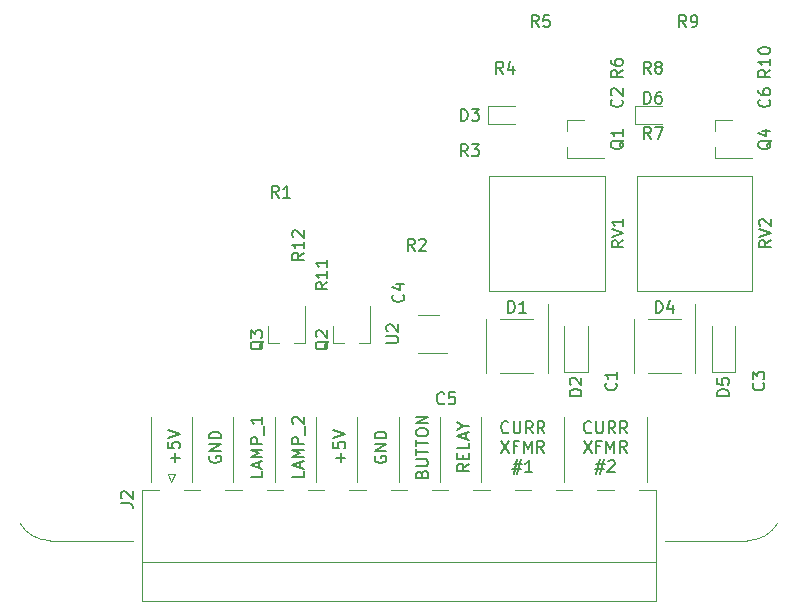
<source format=gbr>
G04 #@! TF.GenerationSoftware,KiCad,Pcbnew,(5.1.0-rc2-10-g13249b723)*
G04 #@! TF.CreationDate,2019-03-10T20:32:50+01:00*
G04 #@! TF.ProjectId,authbox-relay-driver,61757468-626f-4782-9d72-656c61792d64,rev?*
G04 #@! TF.SameCoordinates,Original*
G04 #@! TF.FileFunction,Legend,Top*
G04 #@! TF.FilePolarity,Positive*
%FSLAX46Y46*%
G04 Gerber Fmt 4.6, Leading zero omitted, Abs format (unit mm)*
G04 Created by KiCad (PCBNEW (5.1.0-rc2-10-g13249b723)) date 2019-03-10 20:32:50*
%MOMM*%
%LPD*%
G04 APERTURE LIST*
%ADD10C,0.120000*%
%ADD11C,0.150000*%
%ADD12R,1.102000X1.802000*%
%ADD13C,2.602000*%
%ADD14R,1.802000X1.802000*%
%ADD15O,1.802000X1.802000*%
%ADD16R,1.097000X1.102000*%
%ADD17O,1.902000X3.702000*%
%ADD18R,1.902000X3.702000*%
%ADD19R,1.162000X0.752000*%
%ADD20R,2.002000X0.902000*%
%ADD21R,0.902000X2.002000*%
%ADD22R,0.922000X1.102000*%
%ADD23R,1.302000X1.002000*%
%ADD24R,1.102000X1.097000*%
G04 APERTURE END LIST*
D10*
X175550000Y-142670000D02*
X168550000Y-142670000D01*
X116550000Y-142670000D02*
X123550000Y-142670000D01*
X178148076Y-141170000D02*
G75*
G02X175550000Y-142670000I-2598076J1500000D01*
G01*
X116550000Y-142670000D02*
G75*
G02X113951924Y-141170000I0J3000000D01*
G01*
X125050000Y-132170000D02*
X125050000Y-137670000D01*
X167050000Y-132170000D02*
X167050000Y-137670000D01*
X149550000Y-132170000D02*
X149550000Y-137670000D01*
D11*
X152002380Y-136174761D02*
X151526190Y-136508095D01*
X152002380Y-136746190D02*
X151002380Y-136746190D01*
X151002380Y-136365238D01*
X151050000Y-136270000D01*
X151097619Y-136222380D01*
X151192857Y-136174761D01*
X151335714Y-136174761D01*
X151430952Y-136222380D01*
X151478571Y-136270000D01*
X151526190Y-136365238D01*
X151526190Y-136746190D01*
X151478571Y-135746190D02*
X151478571Y-135412857D01*
X152002380Y-135270000D02*
X152002380Y-135746190D01*
X151002380Y-135746190D01*
X151002380Y-135270000D01*
X152002380Y-134365238D02*
X152002380Y-134841428D01*
X151002380Y-134841428D01*
X151716666Y-134079523D02*
X151716666Y-133603333D01*
X152002380Y-134174761D02*
X151002380Y-133841428D01*
X152002380Y-133508095D01*
X151526190Y-132984285D02*
X152002380Y-132984285D01*
X151002380Y-133317619D02*
X151526190Y-132984285D01*
X151002380Y-132650952D01*
X147978571Y-137031904D02*
X148026190Y-136889047D01*
X148073809Y-136841428D01*
X148169047Y-136793809D01*
X148311904Y-136793809D01*
X148407142Y-136841428D01*
X148454761Y-136889047D01*
X148502380Y-136984285D01*
X148502380Y-137365238D01*
X147502380Y-137365238D01*
X147502380Y-137031904D01*
X147550000Y-136936666D01*
X147597619Y-136889047D01*
X147692857Y-136841428D01*
X147788095Y-136841428D01*
X147883333Y-136889047D01*
X147930952Y-136936666D01*
X147978571Y-137031904D01*
X147978571Y-137365238D01*
X147502380Y-136365238D02*
X148311904Y-136365238D01*
X148407142Y-136317619D01*
X148454761Y-136270000D01*
X148502380Y-136174761D01*
X148502380Y-135984285D01*
X148454761Y-135889047D01*
X148407142Y-135841428D01*
X148311904Y-135793809D01*
X147502380Y-135793809D01*
X147502380Y-135460476D02*
X147502380Y-134889047D01*
X148502380Y-135174761D02*
X147502380Y-135174761D01*
X147502380Y-134698571D02*
X147502380Y-134127142D01*
X148502380Y-134412857D02*
X147502380Y-134412857D01*
X147502380Y-133603333D02*
X147502380Y-133412857D01*
X147550000Y-133317619D01*
X147645238Y-133222380D01*
X147835714Y-133174761D01*
X148169047Y-133174761D01*
X148359523Y-133222380D01*
X148454761Y-133317619D01*
X148502380Y-133412857D01*
X148502380Y-133603333D01*
X148454761Y-133698571D01*
X148359523Y-133793809D01*
X148169047Y-133841428D01*
X147835714Y-133841428D01*
X147645238Y-133793809D01*
X147550000Y-133698571D01*
X147502380Y-133603333D01*
X148502380Y-132746190D02*
X147502380Y-132746190D01*
X148502380Y-132174761D01*
X147502380Y-132174761D01*
D10*
X153050000Y-132170000D02*
X153050000Y-137670000D01*
X160050000Y-132170000D02*
X160050000Y-137670000D01*
X146050000Y-132170000D02*
X146050000Y-137670000D01*
X142550000Y-132170000D02*
X142550000Y-137670000D01*
X135550000Y-132170000D02*
X135550000Y-137670000D01*
X139050000Y-132170000D02*
X139050000Y-137670000D01*
X132050000Y-132170000D02*
X132050000Y-137670000D01*
X128550000Y-132170000D02*
X128550000Y-137670000D01*
D11*
X138002380Y-136817619D02*
X138002380Y-137293809D01*
X137002380Y-137293809D01*
X137716666Y-136531904D02*
X137716666Y-136055714D01*
X138002380Y-136627142D02*
X137002380Y-136293809D01*
X138002380Y-135960476D01*
X138002380Y-135627142D02*
X137002380Y-135627142D01*
X137716666Y-135293809D01*
X137002380Y-134960476D01*
X138002380Y-134960476D01*
X138002380Y-134484285D02*
X137002380Y-134484285D01*
X137002380Y-134103333D01*
X137050000Y-134008095D01*
X137097619Y-133960476D01*
X137192857Y-133912857D01*
X137335714Y-133912857D01*
X137430952Y-133960476D01*
X137478571Y-134008095D01*
X137526190Y-134103333D01*
X137526190Y-134484285D01*
X138097619Y-133722380D02*
X138097619Y-132960476D01*
X137097619Y-132770000D02*
X137050000Y-132722380D01*
X137002380Y-132627142D01*
X137002380Y-132389047D01*
X137050000Y-132293809D01*
X137097619Y-132246190D01*
X137192857Y-132198571D01*
X137288095Y-132198571D01*
X137430952Y-132246190D01*
X138002380Y-132817619D01*
X138002380Y-132198571D01*
X134502380Y-136817619D02*
X134502380Y-137293809D01*
X133502380Y-137293809D01*
X134216666Y-136531904D02*
X134216666Y-136055714D01*
X134502380Y-136627142D02*
X133502380Y-136293809D01*
X134502380Y-135960476D01*
X134502380Y-135627142D02*
X133502380Y-135627142D01*
X134216666Y-135293809D01*
X133502380Y-134960476D01*
X134502380Y-134960476D01*
X134502380Y-134484285D02*
X133502380Y-134484285D01*
X133502380Y-134103333D01*
X133550000Y-134008095D01*
X133597619Y-133960476D01*
X133692857Y-133912857D01*
X133835714Y-133912857D01*
X133930952Y-133960476D01*
X133978571Y-134008095D01*
X134026190Y-134103333D01*
X134026190Y-134484285D01*
X134597619Y-133722380D02*
X134597619Y-132960476D01*
X134502380Y-132198571D02*
X134502380Y-132770000D01*
X134502380Y-132484285D02*
X133502380Y-132484285D01*
X133645238Y-132579523D01*
X133740476Y-132674761D01*
X133788095Y-132770000D01*
X144050000Y-135531904D02*
X144002380Y-135627142D01*
X144002380Y-135770000D01*
X144050000Y-135912857D01*
X144145238Y-136008095D01*
X144240476Y-136055714D01*
X144430952Y-136103333D01*
X144573809Y-136103333D01*
X144764285Y-136055714D01*
X144859523Y-136008095D01*
X144954761Y-135912857D01*
X145002380Y-135770000D01*
X145002380Y-135674761D01*
X144954761Y-135531904D01*
X144907142Y-135484285D01*
X144573809Y-135484285D01*
X144573809Y-135674761D01*
X145002380Y-135055714D02*
X144002380Y-135055714D01*
X145002380Y-134484285D01*
X144002380Y-134484285D01*
X145002380Y-134008095D02*
X144002380Y-134008095D01*
X144002380Y-133770000D01*
X144050000Y-133627142D01*
X144145238Y-133531904D01*
X144240476Y-133484285D01*
X144430952Y-133436666D01*
X144573809Y-133436666D01*
X144764285Y-133484285D01*
X144859523Y-133531904D01*
X144954761Y-133627142D01*
X145002380Y-133770000D01*
X145002380Y-134008095D01*
X130050000Y-135531904D02*
X130002380Y-135627142D01*
X130002380Y-135770000D01*
X130050000Y-135912857D01*
X130145238Y-136008095D01*
X130240476Y-136055714D01*
X130430952Y-136103333D01*
X130573809Y-136103333D01*
X130764285Y-136055714D01*
X130859523Y-136008095D01*
X130954761Y-135912857D01*
X131002380Y-135770000D01*
X131002380Y-135674761D01*
X130954761Y-135531904D01*
X130907142Y-135484285D01*
X130573809Y-135484285D01*
X130573809Y-135674761D01*
X131002380Y-135055714D02*
X130002380Y-135055714D01*
X131002380Y-134484285D01*
X130002380Y-134484285D01*
X131002380Y-134008095D02*
X130002380Y-134008095D01*
X130002380Y-133770000D01*
X130050000Y-133627142D01*
X130145238Y-133531904D01*
X130240476Y-133484285D01*
X130430952Y-133436666D01*
X130573809Y-133436666D01*
X130764285Y-133484285D01*
X130859523Y-133531904D01*
X130954761Y-133627142D01*
X131002380Y-133770000D01*
X131002380Y-134008095D01*
X141121428Y-136055714D02*
X141121428Y-135293809D01*
X141502380Y-135674761D02*
X140740476Y-135674761D01*
X140502380Y-134341428D02*
X140502380Y-134817619D01*
X140978571Y-134865238D01*
X140930952Y-134817619D01*
X140883333Y-134722380D01*
X140883333Y-134484285D01*
X140930952Y-134389047D01*
X140978571Y-134341428D01*
X141073809Y-134293809D01*
X141311904Y-134293809D01*
X141407142Y-134341428D01*
X141454761Y-134389047D01*
X141502380Y-134484285D01*
X141502380Y-134722380D01*
X141454761Y-134817619D01*
X141407142Y-134865238D01*
X140502380Y-134008095D02*
X141502380Y-133674761D01*
X140502380Y-133341428D01*
X127121428Y-136055714D02*
X127121428Y-135293809D01*
X127502380Y-135674761D02*
X126740476Y-135674761D01*
X126502380Y-134341428D02*
X126502380Y-134817619D01*
X126978571Y-134865238D01*
X126930952Y-134817619D01*
X126883333Y-134722380D01*
X126883333Y-134484285D01*
X126930952Y-134389047D01*
X126978571Y-134341428D01*
X127073809Y-134293809D01*
X127311904Y-134293809D01*
X127407142Y-134341428D01*
X127454761Y-134389047D01*
X127502380Y-134484285D01*
X127502380Y-134722380D01*
X127454761Y-134817619D01*
X127407142Y-134865238D01*
X126502380Y-134008095D02*
X127502380Y-133674761D01*
X126502380Y-133341428D01*
X155335714Y-133477142D02*
X155288095Y-133524761D01*
X155145238Y-133572380D01*
X155050000Y-133572380D01*
X154907142Y-133524761D01*
X154811904Y-133429523D01*
X154764285Y-133334285D01*
X154716666Y-133143809D01*
X154716666Y-133000952D01*
X154764285Y-132810476D01*
X154811904Y-132715238D01*
X154907142Y-132620000D01*
X155050000Y-132572380D01*
X155145238Y-132572380D01*
X155288095Y-132620000D01*
X155335714Y-132667619D01*
X155764285Y-132572380D02*
X155764285Y-133381904D01*
X155811904Y-133477142D01*
X155859523Y-133524761D01*
X155954761Y-133572380D01*
X156145238Y-133572380D01*
X156240476Y-133524761D01*
X156288095Y-133477142D01*
X156335714Y-133381904D01*
X156335714Y-132572380D01*
X157383333Y-133572380D02*
X157050000Y-133096190D01*
X156811904Y-133572380D02*
X156811904Y-132572380D01*
X157192857Y-132572380D01*
X157288095Y-132620000D01*
X157335714Y-132667619D01*
X157383333Y-132762857D01*
X157383333Y-132905714D01*
X157335714Y-133000952D01*
X157288095Y-133048571D01*
X157192857Y-133096190D01*
X156811904Y-133096190D01*
X158383333Y-133572380D02*
X158050000Y-133096190D01*
X157811904Y-133572380D02*
X157811904Y-132572380D01*
X158192857Y-132572380D01*
X158288095Y-132620000D01*
X158335714Y-132667619D01*
X158383333Y-132762857D01*
X158383333Y-132905714D01*
X158335714Y-133000952D01*
X158288095Y-133048571D01*
X158192857Y-133096190D01*
X157811904Y-133096190D01*
X154716666Y-134222380D02*
X155383333Y-135222380D01*
X155383333Y-134222380D02*
X154716666Y-135222380D01*
X156097619Y-134698571D02*
X155764285Y-134698571D01*
X155764285Y-135222380D02*
X155764285Y-134222380D01*
X156240476Y-134222380D01*
X156621428Y-135222380D02*
X156621428Y-134222380D01*
X156954761Y-134936666D01*
X157288095Y-134222380D01*
X157288095Y-135222380D01*
X158335714Y-135222380D02*
X158002380Y-134746190D01*
X157764285Y-135222380D02*
X157764285Y-134222380D01*
X158145238Y-134222380D01*
X158240476Y-134270000D01*
X158288095Y-134317619D01*
X158335714Y-134412857D01*
X158335714Y-134555714D01*
X158288095Y-134650952D01*
X158240476Y-134698571D01*
X158145238Y-134746190D01*
X157764285Y-134746190D01*
X155764285Y-136205714D02*
X156478571Y-136205714D01*
X156050000Y-135777142D02*
X155764285Y-137062857D01*
X156383333Y-136634285D02*
X155669047Y-136634285D01*
X156097619Y-137062857D02*
X156383333Y-135777142D01*
X157335714Y-136872380D02*
X156764285Y-136872380D01*
X157050000Y-136872380D02*
X157050000Y-135872380D01*
X156954761Y-136015238D01*
X156859523Y-136110476D01*
X156764285Y-136158095D01*
X162335714Y-133477142D02*
X162288095Y-133524761D01*
X162145238Y-133572380D01*
X162050000Y-133572380D01*
X161907142Y-133524761D01*
X161811904Y-133429523D01*
X161764285Y-133334285D01*
X161716666Y-133143809D01*
X161716666Y-133000952D01*
X161764285Y-132810476D01*
X161811904Y-132715238D01*
X161907142Y-132620000D01*
X162050000Y-132572380D01*
X162145238Y-132572380D01*
X162288095Y-132620000D01*
X162335714Y-132667619D01*
X162764285Y-132572380D02*
X162764285Y-133381904D01*
X162811904Y-133477142D01*
X162859523Y-133524761D01*
X162954761Y-133572380D01*
X163145238Y-133572380D01*
X163240476Y-133524761D01*
X163288095Y-133477142D01*
X163335714Y-133381904D01*
X163335714Y-132572380D01*
X164383333Y-133572380D02*
X164050000Y-133096190D01*
X163811904Y-133572380D02*
X163811904Y-132572380D01*
X164192857Y-132572380D01*
X164288095Y-132620000D01*
X164335714Y-132667619D01*
X164383333Y-132762857D01*
X164383333Y-132905714D01*
X164335714Y-133000952D01*
X164288095Y-133048571D01*
X164192857Y-133096190D01*
X163811904Y-133096190D01*
X165383333Y-133572380D02*
X165050000Y-133096190D01*
X164811904Y-133572380D02*
X164811904Y-132572380D01*
X165192857Y-132572380D01*
X165288095Y-132620000D01*
X165335714Y-132667619D01*
X165383333Y-132762857D01*
X165383333Y-132905714D01*
X165335714Y-133000952D01*
X165288095Y-133048571D01*
X165192857Y-133096190D01*
X164811904Y-133096190D01*
X161716666Y-134222380D02*
X162383333Y-135222380D01*
X162383333Y-134222380D02*
X161716666Y-135222380D01*
X163097619Y-134698571D02*
X162764285Y-134698571D01*
X162764285Y-135222380D02*
X162764285Y-134222380D01*
X163240476Y-134222380D01*
X163621428Y-135222380D02*
X163621428Y-134222380D01*
X163954761Y-134936666D01*
X164288095Y-134222380D01*
X164288095Y-135222380D01*
X165335714Y-135222380D02*
X165002380Y-134746190D01*
X164764285Y-135222380D02*
X164764285Y-134222380D01*
X165145238Y-134222380D01*
X165240476Y-134270000D01*
X165288095Y-134317619D01*
X165335714Y-134412857D01*
X165335714Y-134555714D01*
X165288095Y-134650952D01*
X165240476Y-134698571D01*
X165145238Y-134746190D01*
X164764285Y-134746190D01*
X162764285Y-136205714D02*
X163478571Y-136205714D01*
X163050000Y-135777142D02*
X162764285Y-137062857D01*
X163383333Y-136634285D02*
X162669047Y-136634285D01*
X163097619Y-137062857D02*
X163383333Y-135777142D01*
X163764285Y-135967619D02*
X163811904Y-135920000D01*
X163907142Y-135872380D01*
X164145238Y-135872380D01*
X164240476Y-135920000D01*
X164288095Y-135967619D01*
X164335714Y-136062857D01*
X164335714Y-136158095D01*
X164288095Y-136300952D01*
X163716666Y-136872380D01*
X164335714Y-136872380D01*
D10*
X169950000Y-128470000D02*
X167150000Y-128470000D01*
X167150000Y-123870000D02*
X169950000Y-123870000D01*
X171150000Y-128470000D02*
X171150000Y-122670000D01*
X165950000Y-128470000D02*
X165950000Y-123870000D01*
X154650000Y-123870000D02*
X157450000Y-123870000D01*
X157450000Y-128470000D02*
X154650000Y-128470000D01*
X153450000Y-128470000D02*
X153450000Y-123870000D01*
X158650000Y-128470000D02*
X158650000Y-122670000D01*
X175975000Y-121540000D02*
X166205000Y-121540000D01*
X175975000Y-111770000D02*
X166205000Y-111770000D01*
X166205000Y-111770000D02*
X166205000Y-121540000D01*
X175975000Y-111770000D02*
X175975000Y-121540000D01*
X163475000Y-121540000D02*
X153705000Y-121540000D01*
X163475000Y-111770000D02*
X153705000Y-111770000D01*
X153705000Y-111770000D02*
X153705000Y-121540000D01*
X163475000Y-111770000D02*
X163475000Y-121540000D01*
X126500000Y-137070000D02*
X127100000Y-137070000D01*
X126800000Y-137670000D02*
X126500000Y-137070000D01*
X127100000Y-137070000D02*
X126800000Y-137670000D01*
X124270000Y-144470000D02*
X167830000Y-144470000D01*
X162850000Y-138390000D02*
X164250000Y-138390000D01*
X159350000Y-138390000D02*
X160750000Y-138390000D01*
X155850000Y-138390000D02*
X157250000Y-138390000D01*
X152350000Y-138390000D02*
X153750000Y-138390000D01*
X148850000Y-138390000D02*
X150250000Y-138390000D01*
X145350000Y-138390000D02*
X146750000Y-138390000D01*
X141850000Y-138390000D02*
X143250000Y-138390000D01*
X138350000Y-138390000D02*
X139750000Y-138390000D01*
X134850000Y-138390000D02*
X136250000Y-138390000D01*
X131350000Y-138390000D02*
X132750000Y-138390000D01*
X127850000Y-138390000D02*
X129250000Y-138390000D01*
X167830000Y-138390000D02*
X166350000Y-138390000D01*
X124270000Y-138390000D02*
X125750000Y-138390000D01*
X167830000Y-147750000D02*
X167830000Y-138390000D01*
X124270000Y-147750000D02*
X167830000Y-147750000D01*
X124270000Y-138390000D02*
X124270000Y-147750000D01*
X147650000Y-126780000D02*
X150100000Y-126780000D01*
X149450000Y-123560000D02*
X147650000Y-123560000D01*
X172790000Y-107090000D02*
X174250000Y-107090000D01*
X172790000Y-110250000D02*
X175950000Y-110250000D01*
X172790000Y-110250000D02*
X172790000Y-109320000D01*
X172790000Y-107090000D02*
X172790000Y-108020000D01*
X134970000Y-125930000D02*
X134970000Y-124470000D01*
X138130000Y-125930000D02*
X138130000Y-122770000D01*
X138130000Y-125930000D02*
X137200000Y-125930000D01*
X134970000Y-125930000D02*
X135900000Y-125930000D01*
X140470000Y-125930000D02*
X140470000Y-124470000D01*
X143630000Y-125930000D02*
X143630000Y-122770000D01*
X143630000Y-125930000D02*
X142700000Y-125930000D01*
X140470000Y-125930000D02*
X141400000Y-125930000D01*
X160290000Y-107090000D02*
X161750000Y-107090000D01*
X160290000Y-110250000D02*
X163450000Y-110250000D01*
X160290000Y-110250000D02*
X160290000Y-109320000D01*
X160290000Y-107090000D02*
X160290000Y-108020000D01*
X166080000Y-107430000D02*
X168350000Y-107430000D01*
X166080000Y-105910000D02*
X166080000Y-107430000D01*
X168350000Y-105910000D02*
X166080000Y-105910000D01*
X172550000Y-128420000D02*
X172550000Y-124520000D01*
X174550000Y-128420000D02*
X174550000Y-124520000D01*
X172550000Y-128420000D02*
X174550000Y-128420000D01*
X153580000Y-107430000D02*
X155850000Y-107430000D01*
X153580000Y-105910000D02*
X153580000Y-107430000D01*
X155850000Y-105910000D02*
X153580000Y-105910000D01*
X160050000Y-128420000D02*
X160050000Y-124520000D01*
X162050000Y-128420000D02*
X162050000Y-124520000D01*
X160050000Y-128420000D02*
X162050000Y-128420000D01*
D11*
X167811904Y-123372380D02*
X167811904Y-122372380D01*
X168050000Y-122372380D01*
X168192857Y-122420000D01*
X168288095Y-122515238D01*
X168335714Y-122610476D01*
X168383333Y-122800952D01*
X168383333Y-122943809D01*
X168335714Y-123134285D01*
X168288095Y-123229523D01*
X168192857Y-123324761D01*
X168050000Y-123372380D01*
X167811904Y-123372380D01*
X169240476Y-122705714D02*
X169240476Y-123372380D01*
X169002380Y-122324761D02*
X168764285Y-123039047D01*
X169383333Y-123039047D01*
X155311904Y-123372380D02*
X155311904Y-122372380D01*
X155550000Y-122372380D01*
X155692857Y-122420000D01*
X155788095Y-122515238D01*
X155835714Y-122610476D01*
X155883333Y-122800952D01*
X155883333Y-122943809D01*
X155835714Y-123134285D01*
X155788095Y-123229523D01*
X155692857Y-123324761D01*
X155550000Y-123372380D01*
X155311904Y-123372380D01*
X156835714Y-123372380D02*
X156264285Y-123372380D01*
X156550000Y-123372380D02*
X156550000Y-122372380D01*
X156454761Y-122515238D01*
X156359523Y-122610476D01*
X156264285Y-122658095D01*
X177557380Y-117250238D02*
X177081190Y-117583571D01*
X177557380Y-117821666D02*
X176557380Y-117821666D01*
X176557380Y-117440714D01*
X176605000Y-117345476D01*
X176652619Y-117297857D01*
X176747857Y-117250238D01*
X176890714Y-117250238D01*
X176985952Y-117297857D01*
X177033571Y-117345476D01*
X177081190Y-117440714D01*
X177081190Y-117821666D01*
X176557380Y-116964523D02*
X177557380Y-116631190D01*
X176557380Y-116297857D01*
X176652619Y-116012142D02*
X176605000Y-115964523D01*
X176557380Y-115869285D01*
X176557380Y-115631190D01*
X176605000Y-115535952D01*
X176652619Y-115488333D01*
X176747857Y-115440714D01*
X176843095Y-115440714D01*
X176985952Y-115488333D01*
X177557380Y-116059761D01*
X177557380Y-115440714D01*
X165057380Y-117250238D02*
X164581190Y-117583571D01*
X165057380Y-117821666D02*
X164057380Y-117821666D01*
X164057380Y-117440714D01*
X164105000Y-117345476D01*
X164152619Y-117297857D01*
X164247857Y-117250238D01*
X164390714Y-117250238D01*
X164485952Y-117297857D01*
X164533571Y-117345476D01*
X164581190Y-117440714D01*
X164581190Y-117821666D01*
X164057380Y-116964523D02*
X165057380Y-116631190D01*
X164057380Y-116297857D01*
X165057380Y-115440714D02*
X165057380Y-116012142D01*
X165057380Y-115726428D02*
X164057380Y-115726428D01*
X164200238Y-115821666D01*
X164295476Y-115916904D01*
X164343095Y-116012142D01*
X170383333Y-99172380D02*
X170050000Y-98696190D01*
X169811904Y-99172380D02*
X169811904Y-98172380D01*
X170192857Y-98172380D01*
X170288095Y-98220000D01*
X170335714Y-98267619D01*
X170383333Y-98362857D01*
X170383333Y-98505714D01*
X170335714Y-98600952D01*
X170288095Y-98648571D01*
X170192857Y-98696190D01*
X169811904Y-98696190D01*
X170859523Y-99172380D02*
X171050000Y-99172380D01*
X171145238Y-99124761D01*
X171192857Y-99077142D01*
X171288095Y-98934285D01*
X171335714Y-98743809D01*
X171335714Y-98362857D01*
X171288095Y-98267619D01*
X171240476Y-98220000D01*
X171145238Y-98172380D01*
X170954761Y-98172380D01*
X170859523Y-98220000D01*
X170811904Y-98267619D01*
X170764285Y-98362857D01*
X170764285Y-98600952D01*
X170811904Y-98696190D01*
X170859523Y-98743809D01*
X170954761Y-98791428D01*
X171145238Y-98791428D01*
X171240476Y-98743809D01*
X171288095Y-98696190D01*
X171335714Y-98600952D01*
X122502380Y-139503333D02*
X123216666Y-139503333D01*
X123359523Y-139550952D01*
X123454761Y-139646190D01*
X123502380Y-139789047D01*
X123502380Y-139884285D01*
X122597619Y-139074761D02*
X122550000Y-139027142D01*
X122502380Y-138931904D01*
X122502380Y-138693809D01*
X122550000Y-138598571D01*
X122597619Y-138550952D01*
X122692857Y-138503333D01*
X122788095Y-138503333D01*
X122930952Y-138550952D01*
X123502380Y-139122380D01*
X123502380Y-138503333D01*
X145002380Y-125931904D02*
X145811904Y-125931904D01*
X145907142Y-125884285D01*
X145954761Y-125836666D01*
X146002380Y-125741428D01*
X146002380Y-125550952D01*
X145954761Y-125455714D01*
X145907142Y-125408095D01*
X145811904Y-125360476D01*
X145002380Y-125360476D01*
X145097619Y-124931904D02*
X145050000Y-124884285D01*
X145002380Y-124789047D01*
X145002380Y-124550952D01*
X145050000Y-124455714D01*
X145097619Y-124408095D01*
X145192857Y-124360476D01*
X145288095Y-124360476D01*
X145430952Y-124408095D01*
X146002380Y-124979523D01*
X146002380Y-124360476D01*
X138002380Y-118312857D02*
X137526190Y-118646190D01*
X138002380Y-118884285D02*
X137002380Y-118884285D01*
X137002380Y-118503333D01*
X137050000Y-118408095D01*
X137097619Y-118360476D01*
X137192857Y-118312857D01*
X137335714Y-118312857D01*
X137430952Y-118360476D01*
X137478571Y-118408095D01*
X137526190Y-118503333D01*
X137526190Y-118884285D01*
X138002380Y-117360476D02*
X138002380Y-117931904D01*
X138002380Y-117646190D02*
X137002380Y-117646190D01*
X137145238Y-117741428D01*
X137240476Y-117836666D01*
X137288095Y-117931904D01*
X137097619Y-116979523D02*
X137050000Y-116931904D01*
X137002380Y-116836666D01*
X137002380Y-116598571D01*
X137050000Y-116503333D01*
X137097619Y-116455714D01*
X137192857Y-116408095D01*
X137288095Y-116408095D01*
X137430952Y-116455714D01*
X138002380Y-117027142D01*
X138002380Y-116408095D01*
X140002380Y-120812857D02*
X139526190Y-121146190D01*
X140002380Y-121384285D02*
X139002380Y-121384285D01*
X139002380Y-121003333D01*
X139050000Y-120908095D01*
X139097619Y-120860476D01*
X139192857Y-120812857D01*
X139335714Y-120812857D01*
X139430952Y-120860476D01*
X139478571Y-120908095D01*
X139526190Y-121003333D01*
X139526190Y-121384285D01*
X140002380Y-119860476D02*
X140002380Y-120431904D01*
X140002380Y-120146190D02*
X139002380Y-120146190D01*
X139145238Y-120241428D01*
X139240476Y-120336666D01*
X139288095Y-120431904D01*
X140002380Y-118908095D02*
X140002380Y-119479523D01*
X140002380Y-119193809D02*
X139002380Y-119193809D01*
X139145238Y-119289047D01*
X139240476Y-119384285D01*
X139288095Y-119479523D01*
X177502380Y-102812857D02*
X177026190Y-103146190D01*
X177502380Y-103384285D02*
X176502380Y-103384285D01*
X176502380Y-103003333D01*
X176550000Y-102908095D01*
X176597619Y-102860476D01*
X176692857Y-102812857D01*
X176835714Y-102812857D01*
X176930952Y-102860476D01*
X176978571Y-102908095D01*
X177026190Y-103003333D01*
X177026190Y-103384285D01*
X177502380Y-101860476D02*
X177502380Y-102431904D01*
X177502380Y-102146190D02*
X176502380Y-102146190D01*
X176645238Y-102241428D01*
X176740476Y-102336666D01*
X176788095Y-102431904D01*
X176502380Y-101241428D02*
X176502380Y-101146190D01*
X176550000Y-101050952D01*
X176597619Y-101003333D01*
X176692857Y-100955714D01*
X176883333Y-100908095D01*
X177121428Y-100908095D01*
X177311904Y-100955714D01*
X177407142Y-101003333D01*
X177454761Y-101050952D01*
X177502380Y-101146190D01*
X177502380Y-101241428D01*
X177454761Y-101336666D01*
X177407142Y-101384285D01*
X177311904Y-101431904D01*
X177121428Y-101479523D01*
X176883333Y-101479523D01*
X176692857Y-101431904D01*
X176597619Y-101384285D01*
X176550000Y-101336666D01*
X176502380Y-101241428D01*
X167383333Y-103122380D02*
X167050000Y-102646190D01*
X166811904Y-103122380D02*
X166811904Y-102122380D01*
X167192857Y-102122380D01*
X167288095Y-102170000D01*
X167335714Y-102217619D01*
X167383333Y-102312857D01*
X167383333Y-102455714D01*
X167335714Y-102550952D01*
X167288095Y-102598571D01*
X167192857Y-102646190D01*
X166811904Y-102646190D01*
X167954761Y-102550952D02*
X167859523Y-102503333D01*
X167811904Y-102455714D01*
X167764285Y-102360476D01*
X167764285Y-102312857D01*
X167811904Y-102217619D01*
X167859523Y-102170000D01*
X167954761Y-102122380D01*
X168145238Y-102122380D01*
X168240476Y-102170000D01*
X168288095Y-102217619D01*
X168335714Y-102312857D01*
X168335714Y-102360476D01*
X168288095Y-102455714D01*
X168240476Y-102503333D01*
X168145238Y-102550952D01*
X167954761Y-102550952D01*
X167859523Y-102598571D01*
X167811904Y-102646190D01*
X167764285Y-102741428D01*
X167764285Y-102931904D01*
X167811904Y-103027142D01*
X167859523Y-103074761D01*
X167954761Y-103122380D01*
X168145238Y-103122380D01*
X168240476Y-103074761D01*
X168288095Y-103027142D01*
X168335714Y-102931904D01*
X168335714Y-102741428D01*
X168288095Y-102646190D01*
X168240476Y-102598571D01*
X168145238Y-102550952D01*
X167383333Y-108672380D02*
X167050000Y-108196190D01*
X166811904Y-108672380D02*
X166811904Y-107672380D01*
X167192857Y-107672380D01*
X167288095Y-107720000D01*
X167335714Y-107767619D01*
X167383333Y-107862857D01*
X167383333Y-108005714D01*
X167335714Y-108100952D01*
X167288095Y-108148571D01*
X167192857Y-108196190D01*
X166811904Y-108196190D01*
X167716666Y-107672380D02*
X168383333Y-107672380D01*
X167954761Y-108672380D01*
X165002380Y-102836666D02*
X164526190Y-103170000D01*
X165002380Y-103408095D02*
X164002380Y-103408095D01*
X164002380Y-103027142D01*
X164050000Y-102931904D01*
X164097619Y-102884285D01*
X164192857Y-102836666D01*
X164335714Y-102836666D01*
X164430952Y-102884285D01*
X164478571Y-102931904D01*
X164526190Y-103027142D01*
X164526190Y-103408095D01*
X164002380Y-101979523D02*
X164002380Y-102170000D01*
X164050000Y-102265238D01*
X164097619Y-102312857D01*
X164240476Y-102408095D01*
X164430952Y-102455714D01*
X164811904Y-102455714D01*
X164907142Y-102408095D01*
X164954761Y-102360476D01*
X165002380Y-102265238D01*
X165002380Y-102074761D01*
X164954761Y-101979523D01*
X164907142Y-101931904D01*
X164811904Y-101884285D01*
X164573809Y-101884285D01*
X164478571Y-101931904D01*
X164430952Y-101979523D01*
X164383333Y-102074761D01*
X164383333Y-102265238D01*
X164430952Y-102360476D01*
X164478571Y-102408095D01*
X164573809Y-102455714D01*
X157883333Y-99172380D02*
X157550000Y-98696190D01*
X157311904Y-99172380D02*
X157311904Y-98172380D01*
X157692857Y-98172380D01*
X157788095Y-98220000D01*
X157835714Y-98267619D01*
X157883333Y-98362857D01*
X157883333Y-98505714D01*
X157835714Y-98600952D01*
X157788095Y-98648571D01*
X157692857Y-98696190D01*
X157311904Y-98696190D01*
X158788095Y-98172380D02*
X158311904Y-98172380D01*
X158264285Y-98648571D01*
X158311904Y-98600952D01*
X158407142Y-98553333D01*
X158645238Y-98553333D01*
X158740476Y-98600952D01*
X158788095Y-98648571D01*
X158835714Y-98743809D01*
X158835714Y-98981904D01*
X158788095Y-99077142D01*
X158740476Y-99124761D01*
X158645238Y-99172380D01*
X158407142Y-99172380D01*
X158311904Y-99124761D01*
X158264285Y-99077142D01*
X154883333Y-103122380D02*
X154550000Y-102646190D01*
X154311904Y-103122380D02*
X154311904Y-102122380D01*
X154692857Y-102122380D01*
X154788095Y-102170000D01*
X154835714Y-102217619D01*
X154883333Y-102312857D01*
X154883333Y-102455714D01*
X154835714Y-102550952D01*
X154788095Y-102598571D01*
X154692857Y-102646190D01*
X154311904Y-102646190D01*
X155740476Y-102455714D02*
X155740476Y-103122380D01*
X155502380Y-102074761D02*
X155264285Y-102789047D01*
X155883333Y-102789047D01*
X151883333Y-110122380D02*
X151550000Y-109646190D01*
X151311904Y-110122380D02*
X151311904Y-109122380D01*
X151692857Y-109122380D01*
X151788095Y-109170000D01*
X151835714Y-109217619D01*
X151883333Y-109312857D01*
X151883333Y-109455714D01*
X151835714Y-109550952D01*
X151788095Y-109598571D01*
X151692857Y-109646190D01*
X151311904Y-109646190D01*
X152216666Y-109122380D02*
X152835714Y-109122380D01*
X152502380Y-109503333D01*
X152645238Y-109503333D01*
X152740476Y-109550952D01*
X152788095Y-109598571D01*
X152835714Y-109693809D01*
X152835714Y-109931904D01*
X152788095Y-110027142D01*
X152740476Y-110074761D01*
X152645238Y-110122380D01*
X152359523Y-110122380D01*
X152264285Y-110074761D01*
X152216666Y-110027142D01*
X147383333Y-118122380D02*
X147050000Y-117646190D01*
X146811904Y-118122380D02*
X146811904Y-117122380D01*
X147192857Y-117122380D01*
X147288095Y-117170000D01*
X147335714Y-117217619D01*
X147383333Y-117312857D01*
X147383333Y-117455714D01*
X147335714Y-117550952D01*
X147288095Y-117598571D01*
X147192857Y-117646190D01*
X146811904Y-117646190D01*
X147764285Y-117217619D02*
X147811904Y-117170000D01*
X147907142Y-117122380D01*
X148145238Y-117122380D01*
X148240476Y-117170000D01*
X148288095Y-117217619D01*
X148335714Y-117312857D01*
X148335714Y-117408095D01*
X148288095Y-117550952D01*
X147716666Y-118122380D01*
X148335714Y-118122380D01*
X135883333Y-113622380D02*
X135550000Y-113146190D01*
X135311904Y-113622380D02*
X135311904Y-112622380D01*
X135692857Y-112622380D01*
X135788095Y-112670000D01*
X135835714Y-112717619D01*
X135883333Y-112812857D01*
X135883333Y-112955714D01*
X135835714Y-113050952D01*
X135788095Y-113098571D01*
X135692857Y-113146190D01*
X135311904Y-113146190D01*
X136835714Y-113622380D02*
X136264285Y-113622380D01*
X136550000Y-113622380D02*
X136550000Y-112622380D01*
X136454761Y-112765238D01*
X136359523Y-112860476D01*
X136264285Y-112908095D01*
X177597619Y-108765238D02*
X177550000Y-108860476D01*
X177454761Y-108955714D01*
X177311904Y-109098571D01*
X177264285Y-109193809D01*
X177264285Y-109289047D01*
X177502380Y-109241428D02*
X177454761Y-109336666D01*
X177359523Y-109431904D01*
X177169047Y-109479523D01*
X176835714Y-109479523D01*
X176645238Y-109431904D01*
X176550000Y-109336666D01*
X176502380Y-109241428D01*
X176502380Y-109050952D01*
X176550000Y-108955714D01*
X176645238Y-108860476D01*
X176835714Y-108812857D01*
X177169047Y-108812857D01*
X177359523Y-108860476D01*
X177454761Y-108955714D01*
X177502380Y-109050952D01*
X177502380Y-109241428D01*
X176835714Y-107955714D02*
X177502380Y-107955714D01*
X176454761Y-108193809D02*
X177169047Y-108431904D01*
X177169047Y-107812857D01*
X134597619Y-125765238D02*
X134550000Y-125860476D01*
X134454761Y-125955714D01*
X134311904Y-126098571D01*
X134264285Y-126193809D01*
X134264285Y-126289047D01*
X134502380Y-126241428D02*
X134454761Y-126336666D01*
X134359523Y-126431904D01*
X134169047Y-126479523D01*
X133835714Y-126479523D01*
X133645238Y-126431904D01*
X133550000Y-126336666D01*
X133502380Y-126241428D01*
X133502380Y-126050952D01*
X133550000Y-125955714D01*
X133645238Y-125860476D01*
X133835714Y-125812857D01*
X134169047Y-125812857D01*
X134359523Y-125860476D01*
X134454761Y-125955714D01*
X134502380Y-126050952D01*
X134502380Y-126241428D01*
X133502380Y-125479523D02*
X133502380Y-124860476D01*
X133883333Y-125193809D01*
X133883333Y-125050952D01*
X133930952Y-124955714D01*
X133978571Y-124908095D01*
X134073809Y-124860476D01*
X134311904Y-124860476D01*
X134407142Y-124908095D01*
X134454761Y-124955714D01*
X134502380Y-125050952D01*
X134502380Y-125336666D01*
X134454761Y-125431904D01*
X134407142Y-125479523D01*
X140097619Y-125765238D02*
X140050000Y-125860476D01*
X139954761Y-125955714D01*
X139811904Y-126098571D01*
X139764285Y-126193809D01*
X139764285Y-126289047D01*
X140002380Y-126241428D02*
X139954761Y-126336666D01*
X139859523Y-126431904D01*
X139669047Y-126479523D01*
X139335714Y-126479523D01*
X139145238Y-126431904D01*
X139050000Y-126336666D01*
X139002380Y-126241428D01*
X139002380Y-126050952D01*
X139050000Y-125955714D01*
X139145238Y-125860476D01*
X139335714Y-125812857D01*
X139669047Y-125812857D01*
X139859523Y-125860476D01*
X139954761Y-125955714D01*
X140002380Y-126050952D01*
X140002380Y-126241428D01*
X139097619Y-125431904D02*
X139050000Y-125384285D01*
X139002380Y-125289047D01*
X139002380Y-125050952D01*
X139050000Y-124955714D01*
X139097619Y-124908095D01*
X139192857Y-124860476D01*
X139288095Y-124860476D01*
X139430952Y-124908095D01*
X140002380Y-125479523D01*
X140002380Y-124860476D01*
X165097619Y-108765238D02*
X165050000Y-108860476D01*
X164954761Y-108955714D01*
X164811904Y-109098571D01*
X164764285Y-109193809D01*
X164764285Y-109289047D01*
X165002380Y-109241428D02*
X164954761Y-109336666D01*
X164859523Y-109431904D01*
X164669047Y-109479523D01*
X164335714Y-109479523D01*
X164145238Y-109431904D01*
X164050000Y-109336666D01*
X164002380Y-109241428D01*
X164002380Y-109050952D01*
X164050000Y-108955714D01*
X164145238Y-108860476D01*
X164335714Y-108812857D01*
X164669047Y-108812857D01*
X164859523Y-108860476D01*
X164954761Y-108955714D01*
X165002380Y-109050952D01*
X165002380Y-109241428D01*
X165002380Y-107860476D02*
X165002380Y-108431904D01*
X165002380Y-108146190D02*
X164002380Y-108146190D01*
X164145238Y-108241428D01*
X164240476Y-108336666D01*
X164288095Y-108431904D01*
X166811904Y-105672380D02*
X166811904Y-104672380D01*
X167050000Y-104672380D01*
X167192857Y-104720000D01*
X167288095Y-104815238D01*
X167335714Y-104910476D01*
X167383333Y-105100952D01*
X167383333Y-105243809D01*
X167335714Y-105434285D01*
X167288095Y-105529523D01*
X167192857Y-105624761D01*
X167050000Y-105672380D01*
X166811904Y-105672380D01*
X168240476Y-104672380D02*
X168050000Y-104672380D01*
X167954761Y-104720000D01*
X167907142Y-104767619D01*
X167811904Y-104910476D01*
X167764285Y-105100952D01*
X167764285Y-105481904D01*
X167811904Y-105577142D01*
X167859523Y-105624761D01*
X167954761Y-105672380D01*
X168145238Y-105672380D01*
X168240476Y-105624761D01*
X168288095Y-105577142D01*
X168335714Y-105481904D01*
X168335714Y-105243809D01*
X168288095Y-105148571D01*
X168240476Y-105100952D01*
X168145238Y-105053333D01*
X167954761Y-105053333D01*
X167859523Y-105100952D01*
X167811904Y-105148571D01*
X167764285Y-105243809D01*
X174002380Y-130408095D02*
X173002380Y-130408095D01*
X173002380Y-130170000D01*
X173050000Y-130027142D01*
X173145238Y-129931904D01*
X173240476Y-129884285D01*
X173430952Y-129836666D01*
X173573809Y-129836666D01*
X173764285Y-129884285D01*
X173859523Y-129931904D01*
X173954761Y-130027142D01*
X174002380Y-130170000D01*
X174002380Y-130408095D01*
X173002380Y-128931904D02*
X173002380Y-129408095D01*
X173478571Y-129455714D01*
X173430952Y-129408095D01*
X173383333Y-129312857D01*
X173383333Y-129074761D01*
X173430952Y-128979523D01*
X173478571Y-128931904D01*
X173573809Y-128884285D01*
X173811904Y-128884285D01*
X173907142Y-128931904D01*
X173954761Y-128979523D01*
X174002380Y-129074761D01*
X174002380Y-129312857D01*
X173954761Y-129408095D01*
X173907142Y-129455714D01*
X151311904Y-107122380D02*
X151311904Y-106122380D01*
X151550000Y-106122380D01*
X151692857Y-106170000D01*
X151788095Y-106265238D01*
X151835714Y-106360476D01*
X151883333Y-106550952D01*
X151883333Y-106693809D01*
X151835714Y-106884285D01*
X151788095Y-106979523D01*
X151692857Y-107074761D01*
X151550000Y-107122380D01*
X151311904Y-107122380D01*
X152216666Y-106122380D02*
X152835714Y-106122380D01*
X152502380Y-106503333D01*
X152645238Y-106503333D01*
X152740476Y-106550952D01*
X152788095Y-106598571D01*
X152835714Y-106693809D01*
X152835714Y-106931904D01*
X152788095Y-107027142D01*
X152740476Y-107074761D01*
X152645238Y-107122380D01*
X152359523Y-107122380D01*
X152264285Y-107074761D01*
X152216666Y-107027142D01*
X161502380Y-130408095D02*
X160502380Y-130408095D01*
X160502380Y-130170000D01*
X160550000Y-130027142D01*
X160645238Y-129931904D01*
X160740476Y-129884285D01*
X160930952Y-129836666D01*
X161073809Y-129836666D01*
X161264285Y-129884285D01*
X161359523Y-129931904D01*
X161454761Y-130027142D01*
X161502380Y-130170000D01*
X161502380Y-130408095D01*
X160597619Y-129455714D02*
X160550000Y-129408095D01*
X160502380Y-129312857D01*
X160502380Y-129074761D01*
X160550000Y-128979523D01*
X160597619Y-128931904D01*
X160692857Y-128884285D01*
X160788095Y-128884285D01*
X160930952Y-128931904D01*
X161502380Y-129503333D01*
X161502380Y-128884285D01*
X177407142Y-105336666D02*
X177454761Y-105384285D01*
X177502380Y-105527142D01*
X177502380Y-105622380D01*
X177454761Y-105765238D01*
X177359523Y-105860476D01*
X177264285Y-105908095D01*
X177073809Y-105955714D01*
X176930952Y-105955714D01*
X176740476Y-105908095D01*
X176645238Y-105860476D01*
X176550000Y-105765238D01*
X176502380Y-105622380D01*
X176502380Y-105527142D01*
X176550000Y-105384285D01*
X176597619Y-105336666D01*
X176502380Y-104479523D02*
X176502380Y-104670000D01*
X176550000Y-104765238D01*
X176597619Y-104812857D01*
X176740476Y-104908095D01*
X176930952Y-104955714D01*
X177311904Y-104955714D01*
X177407142Y-104908095D01*
X177454761Y-104860476D01*
X177502380Y-104765238D01*
X177502380Y-104574761D01*
X177454761Y-104479523D01*
X177407142Y-104431904D01*
X177311904Y-104384285D01*
X177073809Y-104384285D01*
X176978571Y-104431904D01*
X176930952Y-104479523D01*
X176883333Y-104574761D01*
X176883333Y-104765238D01*
X176930952Y-104860476D01*
X176978571Y-104908095D01*
X177073809Y-104955714D01*
X149883333Y-131027142D02*
X149835714Y-131074761D01*
X149692857Y-131122380D01*
X149597619Y-131122380D01*
X149454761Y-131074761D01*
X149359523Y-130979523D01*
X149311904Y-130884285D01*
X149264285Y-130693809D01*
X149264285Y-130550952D01*
X149311904Y-130360476D01*
X149359523Y-130265238D01*
X149454761Y-130170000D01*
X149597619Y-130122380D01*
X149692857Y-130122380D01*
X149835714Y-130170000D01*
X149883333Y-130217619D01*
X150788095Y-130122380D02*
X150311904Y-130122380D01*
X150264285Y-130598571D01*
X150311904Y-130550952D01*
X150407142Y-130503333D01*
X150645238Y-130503333D01*
X150740476Y-130550952D01*
X150788095Y-130598571D01*
X150835714Y-130693809D01*
X150835714Y-130931904D01*
X150788095Y-131027142D01*
X150740476Y-131074761D01*
X150645238Y-131122380D01*
X150407142Y-131122380D01*
X150311904Y-131074761D01*
X150264285Y-131027142D01*
X146407142Y-121836666D02*
X146454761Y-121884285D01*
X146502380Y-122027142D01*
X146502380Y-122122380D01*
X146454761Y-122265238D01*
X146359523Y-122360476D01*
X146264285Y-122408095D01*
X146073809Y-122455714D01*
X145930952Y-122455714D01*
X145740476Y-122408095D01*
X145645238Y-122360476D01*
X145550000Y-122265238D01*
X145502380Y-122122380D01*
X145502380Y-122027142D01*
X145550000Y-121884285D01*
X145597619Y-121836666D01*
X145835714Y-120979523D02*
X146502380Y-120979523D01*
X145454761Y-121217619D02*
X146169047Y-121455714D01*
X146169047Y-120836666D01*
X176907142Y-129336666D02*
X176954761Y-129384285D01*
X177002380Y-129527142D01*
X177002380Y-129622380D01*
X176954761Y-129765238D01*
X176859523Y-129860476D01*
X176764285Y-129908095D01*
X176573809Y-129955714D01*
X176430952Y-129955714D01*
X176240476Y-129908095D01*
X176145238Y-129860476D01*
X176050000Y-129765238D01*
X176002380Y-129622380D01*
X176002380Y-129527142D01*
X176050000Y-129384285D01*
X176097619Y-129336666D01*
X176002380Y-129003333D02*
X176002380Y-128384285D01*
X176383333Y-128717619D01*
X176383333Y-128574761D01*
X176430952Y-128479523D01*
X176478571Y-128431904D01*
X176573809Y-128384285D01*
X176811904Y-128384285D01*
X176907142Y-128431904D01*
X176954761Y-128479523D01*
X177002380Y-128574761D01*
X177002380Y-128860476D01*
X176954761Y-128955714D01*
X176907142Y-129003333D01*
X164907142Y-105336666D02*
X164954761Y-105384285D01*
X165002380Y-105527142D01*
X165002380Y-105622380D01*
X164954761Y-105765238D01*
X164859523Y-105860476D01*
X164764285Y-105908095D01*
X164573809Y-105955714D01*
X164430952Y-105955714D01*
X164240476Y-105908095D01*
X164145238Y-105860476D01*
X164050000Y-105765238D01*
X164002380Y-105622380D01*
X164002380Y-105527142D01*
X164050000Y-105384285D01*
X164097619Y-105336666D01*
X164097619Y-104955714D02*
X164050000Y-104908095D01*
X164002380Y-104812857D01*
X164002380Y-104574761D01*
X164050000Y-104479523D01*
X164097619Y-104431904D01*
X164192857Y-104384285D01*
X164288095Y-104384285D01*
X164430952Y-104431904D01*
X165002380Y-105003333D01*
X165002380Y-104384285D01*
X164407142Y-129336666D02*
X164454761Y-129384285D01*
X164502380Y-129527142D01*
X164502380Y-129622380D01*
X164454761Y-129765238D01*
X164359523Y-129860476D01*
X164264285Y-129908095D01*
X164073809Y-129955714D01*
X163930952Y-129955714D01*
X163740476Y-129908095D01*
X163645238Y-129860476D01*
X163550000Y-129765238D01*
X163502380Y-129622380D01*
X163502380Y-129527142D01*
X163550000Y-129384285D01*
X163597619Y-129336666D01*
X164502380Y-128384285D02*
X164502380Y-128955714D01*
X164502380Y-128670000D02*
X163502380Y-128670000D01*
X163645238Y-128765238D01*
X163740476Y-128860476D01*
X163788095Y-128955714D01*
%LPC*%
D12*
X166550000Y-129145000D03*
X170550000Y-129145000D03*
X170550000Y-123195000D03*
X166550000Y-123195000D03*
X158050000Y-129145000D03*
X154050000Y-129145000D03*
X154050000Y-123195000D03*
X158050000Y-123195000D03*
D13*
X168550000Y-116670000D03*
X171090000Y-119210000D03*
X173630000Y-116670000D03*
X156050000Y-116670000D03*
X158590000Y-119210000D03*
X161130000Y-116670000D03*
D14*
X121920000Y-91440000D03*
D15*
X121920000Y-88900000D03*
X124460000Y-91440000D03*
X124460000Y-88900000D03*
X127000000Y-91440000D03*
X127000000Y-88900000D03*
X129540000Y-91440000D03*
X129540000Y-88900000D03*
X132080000Y-91440000D03*
X132080000Y-88900000D03*
X134620000Y-91440000D03*
X134620000Y-88900000D03*
X137160000Y-91440000D03*
X137160000Y-88900000D03*
X139700000Y-91440000D03*
X139700000Y-88900000D03*
X142240000Y-91440000D03*
X142240000Y-88900000D03*
X144780000Y-91440000D03*
X144780000Y-88900000D03*
X147320000Y-91440000D03*
X147320000Y-88900000D03*
X149860000Y-91440000D03*
X149860000Y-88900000D03*
X152400000Y-91440000D03*
X152400000Y-88900000D03*
X154940000Y-91440000D03*
X154940000Y-88900000D03*
X157480000Y-91440000D03*
X157480000Y-88900000D03*
X160020000Y-91440000D03*
X160020000Y-88900000D03*
X162560000Y-91440000D03*
X162560000Y-88900000D03*
X165100000Y-91440000D03*
X165100000Y-88900000D03*
X167640000Y-91440000D03*
X167640000Y-88900000D03*
X170180000Y-91440000D03*
X170180000Y-88900000D03*
D16*
X171437500Y-100170000D03*
X169662500Y-100170000D03*
D17*
X165300000Y-139670000D03*
X161800000Y-139670000D03*
X158300000Y-139670000D03*
X154800000Y-139670000D03*
X151300000Y-139670000D03*
X147800000Y-139670000D03*
X144300000Y-139670000D03*
X140800000Y-139670000D03*
X137300000Y-139670000D03*
X133800000Y-139670000D03*
X130300000Y-139670000D03*
D18*
X126800000Y-139670000D03*
D19*
X147450000Y-126120000D03*
X147450000Y-124220000D03*
X149650000Y-124220000D03*
X149650000Y-125170000D03*
X149650000Y-126120000D03*
D16*
X137437500Y-120170000D03*
X135662500Y-120170000D03*
X142937500Y-120170000D03*
X141162500Y-120170000D03*
X175437500Y-102670000D03*
X173662500Y-102670000D03*
X169662500Y-102670000D03*
X171437500Y-102670000D03*
X168437500Y-109670000D03*
X166662500Y-109670000D03*
X162937500Y-102670000D03*
X161162500Y-102670000D03*
X158937500Y-100170000D03*
X157162500Y-100170000D03*
X157162500Y-102670000D03*
X158937500Y-102670000D03*
X155937500Y-109670000D03*
X154162500Y-109670000D03*
X149437500Y-119170000D03*
X147662500Y-119170000D03*
X137662500Y-113170000D03*
X139437500Y-113170000D03*
D20*
X172050000Y-108670000D03*
X175050000Y-107720000D03*
X175050000Y-109620000D03*
D21*
X136550000Y-126670000D03*
X135600000Y-123670000D03*
X137500000Y-123670000D03*
X142050000Y-126670000D03*
X141100000Y-123670000D03*
X143000000Y-123670000D03*
D20*
X159550000Y-108670000D03*
X162550000Y-107720000D03*
X162550000Y-109620000D03*
D22*
X168350000Y-106670000D03*
X166750000Y-106670000D03*
D23*
X173550000Y-124520000D03*
X173550000Y-127820000D03*
D22*
X155850000Y-106670000D03*
X154250000Y-106670000D03*
D23*
X161050000Y-124520000D03*
X161050000Y-127820000D03*
D16*
X175437500Y-105170000D03*
X173662500Y-105170000D03*
X147662500Y-129170000D03*
X149437500Y-129170000D03*
X147662500Y-121670000D03*
X149437500Y-121670000D03*
D24*
X176550000Y-125282500D03*
X176550000Y-127057500D03*
D16*
X162937500Y-105170000D03*
X161162500Y-105170000D03*
D24*
X164050000Y-125282500D03*
X164050000Y-127057500D03*
M02*

</source>
